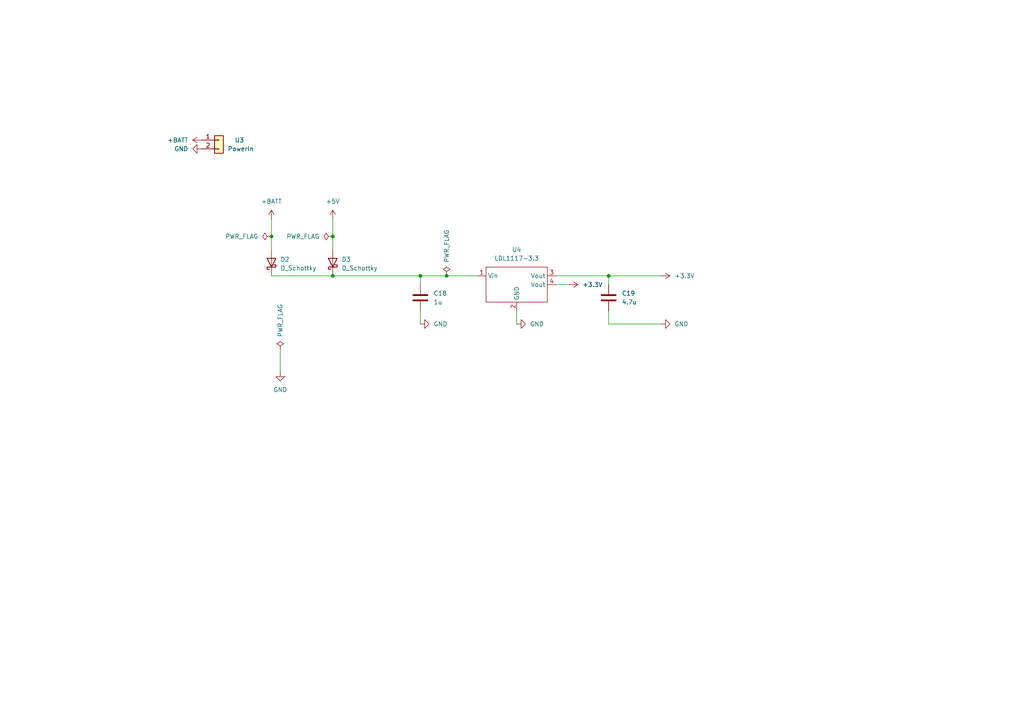
<source format=kicad_sch>
(kicad_sch (version 20250114) (generator "eeschema") (generator_version "9.0")
  (paper "A4")
  (lib_symbols
    (symbol "Connector_Generic:Conn_01x02" (pin_names (offset 1.016) (hide yes))
      (property "Reference" "J" (at 0 2.54 0))
      (property "Value" "Conn_01x02" (at 0 -5.08 0))
      (symbol "Conn_01x02_1_1"
        (rectangle (start -1.27 1.27) (end 1.27 -3.81) (stroke (width 0.254)) (fill (type background)))
        (rectangle (start -1.27 0.127) (end 0 -0.127) (stroke (width 0.1524)))
        (rectangle (start -1.27 -2.413) (end 0 -2.667) (stroke (width 0.1524)))
        (pin passive line (at -5.08 0 0) (length 3.81) (name "Pin_1") (number "1"))
        (pin passive line (at -5.08 -2.54 0) (length 3.81) (name "Pin_2") (number "2"))
      )
    )
    (symbol "Device:C" (pin_numbers (hide yes)) (pin_names (offset 0.254))
      (property "Reference" "C" (at 0.635 2.54 0))
      (property "Value" "C" (at 0.635 -2.54 0))
      (symbol "C_0_1"
        (polyline (pts (xy -2.032 0.762) (xy 2.032 0.762)) (stroke (width 0.508)))
        (polyline (pts (xy -2.032 -0.762) (xy 2.032 -0.762)) (stroke (width 0.508)))
      )
      (symbol "C_1_1"
        (pin passive line (at 0 3.81 270) (length 2.794) (name "~") (number "1"))
        (pin passive line (at 0 -3.81 90) (length 2.794) (name "~") (number "2"))
      )
    )
    (symbol "Device:D_Schottky" (pin_numbers (hide yes)) (pin_names (offset 1.016) (hide yes))
      (property "Reference" "D" (at 0 2.54 0))
      (property "Value" "D_Schottky" (at 0 -2.54 0))
      (symbol "D_Schottky_0_1"
        (polyline (pts (xy -1.905 0.635) (xy -1.905 1.27) (xy -1.27 1.27) (xy -1.27 -1.27) (xy -0.635 -1.27) (xy -0.635 -0.635)) (stroke (width 0.254)))
        (polyline (pts (xy 1.27 1.27) (xy 1.27 -1.27) (xy -1.27 0) (xy 1.27 1.27)) (stroke (width 0.254)))
        (polyline (pts (xy 1.27 0) (xy -1.27 0)))
      )
      (symbol "D_Schottky_1_1"
        (pin passive line (at -3.81 0 0) (length 2.54) (name "K") (number "1"))
        (pin passive line (at 3.81 0 180) (length 2.54) (name "A") (number "2"))
      )
    )
    (symbol "Footprints:LDL1117-3.3"
      (property "Reference" "U3" (at -1.27 27.94 0))
      (property "Value" "LDL1117-3.3" (at -1.27 25.4 0))
      (symbol "LDL1117-3.3_0_1"
        (rectangle (start -10.16 22.86) (end 7.62 12.7))
      )
      (symbol "LDL1117-3.3_1_1"
        (pin power_in line (at -12.7 20.32 0) (length 2.54) (name "Vin") (number "1"))
        (pin power_in line (at -1.27 10.16 90) (length 2.54) (name "GND") (number "2"))
        (pin power_out line (at 10.16 20.32 180) (length 2.54) (name "Vout") (number "3"))
        (pin passive line (at 10.16 17.78 180) (length 2.54) (name "Vout") (number "4"))
      )
    )
    (symbol "power:+3.3V" (power) (pin_numbers (hide yes)) (pin_names (offset 0) (hide yes))
      (property "Value" "+3.3V" (at 0 3.556 0))
      (symbol "+3.3V_0_1"
        (polyline (pts (xy -0.762 1.27) (xy 0 2.54)))
        (polyline (pts (xy 0 2.54) (xy 0.762 1.27)))
        (polyline (pts (xy 0 0) (xy 0 2.54)))
      )
      (symbol "+3.3V_1_1"
        (pin power_in line (at 0 0 90) (length 0) (name "~") (number "1"))
      )
    )
    (symbol "power:+5V" (power) (pin_numbers (hide yes)) (pin_names (offset 0) (hide yes))
      (property "Value" "+5V" (at 0 3.556 0))
      (symbol "+5V_0_1"
        (polyline (pts (xy -0.762 1.27) (xy 0 2.54)))
        (polyline (pts (xy 0 2.54) (xy 0.762 1.27)))
        (polyline (pts (xy 0 0) (xy 0 2.54)))
      )
      (symbol "+5V_1_1"
        (pin power_in line (at 0 0 90) (length 0) (name "~") (number "1"))
      )
    )
    (symbol "power:+BATT" (power) (pin_numbers (hide yes)) (pin_names (offset 0) (hide yes))
      (property "Value" "+BATT" (at 0 3.556 0))
      (symbol "+BATT_0_1"
        (polyline (pts (xy -0.762 1.27) (xy 0 2.54)))
        (polyline (pts (xy 0 2.54) (xy 0.762 1.27)))
        (polyline (pts (xy 0 0) (xy 0 2.54)))
      )
      (symbol "+BATT_1_1"
        (pin power_in line (at 0 0 90) (length 0) (name "~") (number "1"))
      )
    )
    (symbol "power:GND" (power) (pin_numbers (hide yes)) (pin_names (offset 0) (hide yes))
      (property "Value" "GND" (at 0 -3.81 0))
      (symbol "GND_0_1"
        (polyline (pts (xy 0 0) (xy 0 -1.27) (xy 1.27 -1.27) (xy 0 -2.54) (xy -1.27 -1.27) (xy 0 -1.27)))
      )
      (symbol "GND_1_1"
        (pin power_in line (at 0 0 270) (length 0) (name "~") (number "1"))
      )
    )
    (symbol "power:PWR_FLAG" (power) (pin_numbers (hide yes)) (pin_names (offset 0) (hide yes))
      (property "Value" "PWR_FLAG" (at 0 3.81 0))
      (symbol "PWR_FLAG_0_0"
        (pin power_out line (at 0 0 90) (length 0) (name "~") (number "1"))
      )
      (symbol "PWR_FLAG_0_1"
        (polyline (pts (xy 0 0) (xy 0 1.27) (xy -1.016 1.905) (xy 0 2.54) (xy 1.016 1.905) (xy 0 1.27)))
      )
    )
  )
  (junction (at 96.52 68.58))
  (junction (at 96.52 80.01))
  (junction (at 121.92 80.01))
  (junction (at 129.54 80.01))
  (junction (at 78.74 68.58))
  (junction (at 176.53 80.01))
  (wire (pts (xy 149.86 90.17) (xy 149.86 93.98)))
  (wire (pts (xy 96.52 63.5) (xy 96.52 68.58)))
  (wire (pts (xy 176.53 93.98) (xy 176.53 90.17)))
  (wire (pts (xy 78.74 68.58) (xy 78.74 72.39)))
  (wire (pts (xy 129.54 80.01) (xy 138.43 80.01)))
  (wire (pts (xy 161.29 80.01) (xy 176.53 80.01)))
  (wire (pts (xy 96.52 68.58) (xy 96.52 72.39)))
  (wire (pts (xy 121.92 82.55) (xy 121.92 80.01)))
  (wire (pts (xy 81.28 107.95) (xy 81.28 101.6)))
  (wire (pts (xy 96.52 80.01) (xy 121.92 80.01)))
  (wire (pts (xy 78.74 63.5) (xy 78.74 68.58)))
  (wire (pts (xy 161.29 82.55) (xy 165.1 82.55)))
  (wire (pts (xy 121.92 93.98) (xy 121.92 90.17)))
  (wire (pts (xy 121.92 80.01) (xy 129.54 80.01)))
  (wire (pts (xy 191.77 93.98) (xy 176.53 93.98)))
  (wire (pts (xy 176.53 80.01) (xy 176.53 82.55)))
  (wire (pts (xy 78.74 80.01) (xy 96.52 80.01)))
  (wire (pts (xy 191.77 80.01) (xy 176.53 80.01)))
  (symbol (lib_id "Connector_Generic:Conn_01x02") (at 63.5 40.64 0) (unit 1)
    (property "Reference" "U3" (at 68.072 40.64 0) (effects (justify left)))
    (property "Value" "PowerIn" (at 66.04 43.1799 0) (effects (justify left)))
    (property "Footprint" "myFootprints:MOLEX_26013114" (effects (hide yes)))
    (property "Description" "Generic connector, single row, 01x02, script generated (kicad-library-utils/schlib/autogen/connector/)" (effects (hide yes)))
    (property "LCSC Part" "C17644051" (effects (hide yes)))
  )
  (symbol (lib_id "power:GND") (at 121.92 93.98 90) (unit 1)
    (property "Reference" "#PWR045" (effects (hide yes)))
    (property "Value" "GND" (at 125.73 93.9799 90) (effects (justify right)))
    (property "Description" "Power symbol creates a global label with name \"GND\" , ground" (effects (hide yes)))
  )
  (symbol (lib_id "Device:D_Schottky") (at 78.74 76.2 90) (unit 1)
    (property "Reference" "D2" (at 81.28 75.2474 90) (effects (justify right)))
    (property "Value" "D_Schottky" (at 81.28 77.7874 90) (effects (justify right)))
    (property "Footprint" "Diode_SMD:D_2114_3652Metric" (effects (hide yes)))
    (property "Description" "Schottky diode" (effects (hide yes)))
    (property "LCSC Part" "C113936" (effects (hide yes)))
  )
  (symbol (lib_id "power:PWR_FLAG") (at 96.52 68.58 90) (unit 1)
    (property "Reference" "#FLG04" (effects (hide yes)))
    (property "Value" "PWR_FLAG" (at 92.71 68.5799 90) (effects (justify left)))
    (property "Description" "Special symbol for telling ERC where power comes from" (effects (hide yes)))
  )
  (symbol (lib_id "Device:D_Schottky") (at 96.52 76.2 90) (unit 1)
    (property "Reference" "D3" (at 99.06 75.2474 90) (effects (justify right)))
    (property "Value" "D_Schottky" (at 99.06 77.7874 90) (effects (justify right)))
    (property "Footprint" "Diode_SMD:D_2114_3652Metric" (effects (hide yes)))
    (property "Description" "Schottky diode" (effects (hide yes)))
    (property "LCSC Part" "C113936" (effects (hide yes)))
  )
  (symbol (lib_id "power:PWR_FLAG") (at 78.74 68.58 90) (unit 1)
    (property "Reference" "#FLG02" (effects (hide yes)))
    (property "Value" "PWR_FLAG" (at 74.93 68.5799 90) (effects (justify left)))
    (property "Description" "Special symbol for telling ERC where power comes from" (effects (hide yes)))
  )
  (symbol (lib_id "power:+3.3V") (at 165.1 82.55 270) (unit 1)
    (property "Reference" "#PWR047" (effects (hide yes)))
    (property "Value" "+3.3V" (at 168.91 82.5499 90) (effects (justify left)))
    (property "Description" "Power symbol creates a global label with name \"+3.3V\"" (effects (hide yes)))
  )
  (symbol (lib_id "power:+BATT") (at 58.42 40.64 90) (unit 1)
    (property "Reference" "#PWR040" (effects (hide yes)))
    (property "Value" "+BATT" (at 54.61 40.6399 90) (effects (justify left)))
    (property "Description" "Power symbol creates a global label with name \"+BATT\"" (effects (hide yes)))
  )
  (symbol (lib_id "power:+3.3V") (at 191.77 80.01 270) (unit 1)
    (property "Reference" "#PWR048" (effects (hide yes)))
    (property "Value" "+3.3V" (at 195.58 80.0099 90) (effects (justify left)))
    (property "Description" "Power symbol creates a global label with name \"+3.3V\"" (effects (hide yes)))
  )
  (symbol (lib_id "Footprints:LDL1117-3.3") (at 151.13 100.33 0) (unit 1)
    (property "Reference" "U4" (at 149.86 72.39 0))
    (property "Value" "LDL1117-3.3" (at 149.86 74.93 0))
    (property "Footprint" "myFootprints:SOT230P700X180-4N" (effects (hide yes)))
    (property "LCSC Part" "C435835" (effects (hide yes)))
  )
  (symbol (lib_id "power:GND") (at 149.86 93.98 90) (unit 1)
    (property "Reference" "#PWR046" (effects (hide yes)))
    (property "Value" "GND" (at 153.67 93.9799 90) (effects (justify right)))
    (property "Description" "Power symbol creates a global label with name \"GND\" , ground" (effects (hide yes)))
  )
  (symbol (lib_id "power:PWR_FLAG") (at 129.54 80.01 0) (unit 1)
    (property "Reference" "#FLG05" (effects (hide yes)))
    (property "Value" "PWR_FLAG" (at 129.5401 76.2 90) (effects (justify left)))
    (property "Description" "Special symbol for telling ERC where power comes from" (effects (hide yes)))
  )
  (symbol (lib_id "Device:C") (at 176.53 86.36 0) (unit 1)
    (property "Reference" "C19" (at 180.34 85.0899 0) (effects (justify left)))
    (property "Value" "4.7u" (at 180.34 87.6299 0) (effects (justify left)))
    (property "Footprint" "Capacitor_SMD:C_0805_2012Metric_Pad1.18x1.45mm_HandSolder" (effects (hide yes)))
    (property "Description" "Unpolarized capacitor" (effects (hide yes)))
    (property "LCSC Part" "C98192" (effects (hide yes)))
  )
  (symbol (lib_id "power:GND") (at 191.77 93.98 90) (unit 1)
    (property "Reference" "#PWR049" (effects (hide yes)))
    (property "Value" "GND" (at 195.58 93.9799 90) (effects (justify right)))
    (property "Description" "Power symbol creates a global label with name \"GND\" , ground" (effects (hide yes)))
  )
  (symbol (lib_id "power:+5V") (at 96.52 63.5 0) (unit 1)
    (property "Reference" "#PWR044" (effects (hide yes)))
    (property "Value" "+5V" (at 96.52 58.42 0))
    (property "Description" "Power symbol creates a global label with name \"+5V\"" (effects (hide yes)))
  )
  (symbol (lib_id "power:GND") (at 58.42 43.18 270) (unit 1)
    (property "Reference" "#PWR041" (effects (hide yes)))
    (property "Value" "GND" (at 54.61 43.1799 90) (effects (justify right)))
    (property "Description" "Power symbol creates a global label with name \"GND\" , ground" (effects (hide yes)))
  )
  (symbol (lib_id "power:+BATT") (at 78.74 63.5 0) (unit 1)
    (property "Reference" "#PWR042" (effects (hide yes)))
    (property "Value" "+BATT" (at 78.74 58.42 0))
    (property "Description" "Power symbol creates a global label with name \"+BATT\"" (effects (hide yes)))
  )
  (symbol (lib_id "power:GND") (at 81.28 107.95 0) (unit 1)
    (property "Reference" "#PWR043" (effects (hide yes)))
    (property "Value" "GND" (at 81.28 113.03 0))
    (property "Description" "Power symbol creates a global label with name \"GND\" , ground" (effects (hide yes)))
  )
  (symbol (lib_id "Device:C") (at 121.92 86.36 0) (unit 1)
    (property "Reference" "C18" (at 125.73 85.0899 0) (effects (justify left)))
    (property "Value" "1u" (at 125.73 87.6299 0) (effects (justify left)))
    (property "Footprint" "Capacitor_SMD:C_0805_2012Metric_Pad1.18x1.45mm_HandSolder" (effects (hide yes)))
    (property "Description" "Unpolarized capacitor" (effects (hide yes)))
    (property "LCSC Part" "C28323" (effects (hide yes)))
  )
  (symbol (lib_id "power:PWR_FLAG") (at 81.28 101.6 0) (unit 1)
    (property "Reference" "#FLG03" (effects (hide yes)))
    (property "Value" "PWR_FLAG" (at 81.2801 97.79 90) (effects (justify left)))
    (property "Description" "Special symbol for telling ERC where power comes from" (effects (hide yes)))
  )
)
</source>
